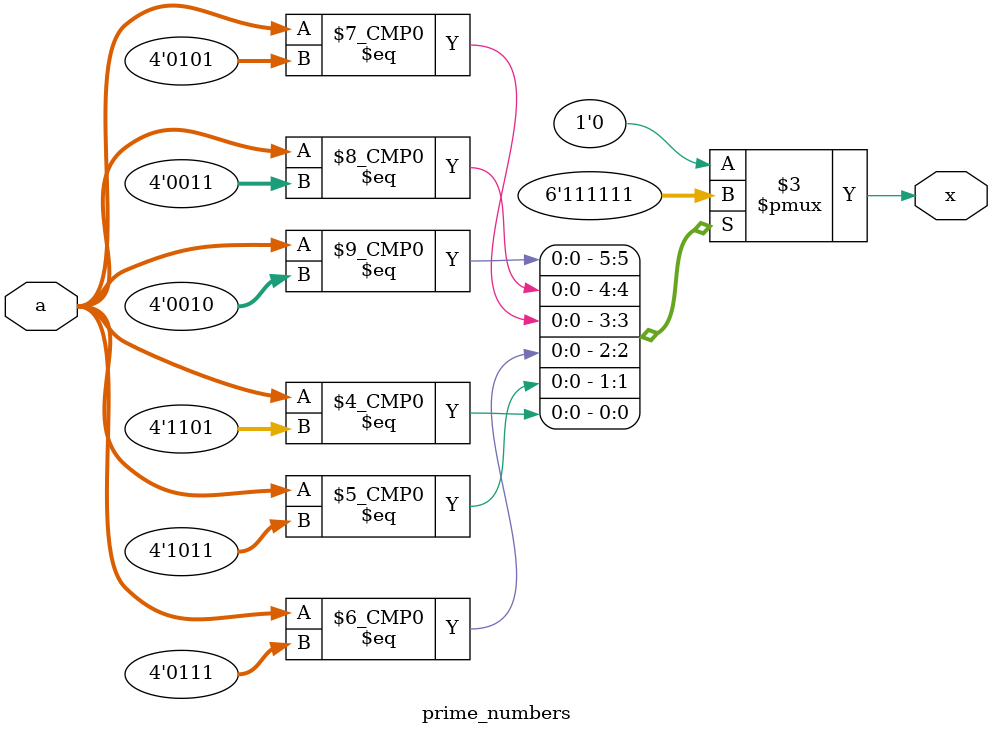
<source format=v>
/*
 * Prime numbers
 * 
 * Paul Enrique Alonso Ramírez A01634608
 * Diseño con lógica programable
 * Grupo 101
 * Tecnológico de Monterrey, Campus Guadalajara
 * Viernes 24 de febrero de 2023
 */
 
module prime_numbers (
    input wire [3:0] a,
    output reg x
);

    always @(a)
    begin
        case (a)
            2: x = 1'b1;
            3: x = 1'b1;
            5: x = 1'b1;
            7: x = 1'b1;
            11: x = 1'b1;
            13: x = 1'b1;
            default: x = 1'b0;
        endcase
    end
endmodule

</source>
